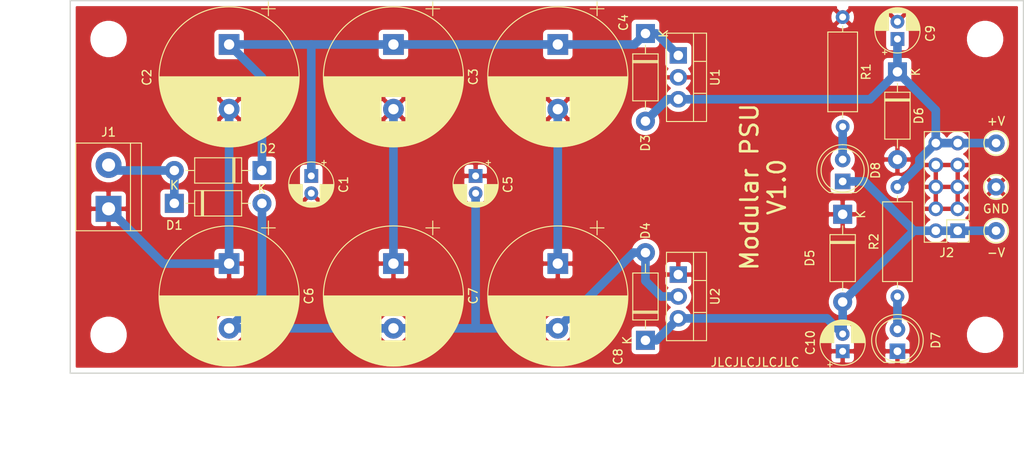
<source format=kicad_pcb>
(kicad_pcb (version 20171130) (host pcbnew "(5.1.9)-1")
  (layers (0 F.Cu signal) (31 B.Cu signal) (34 B.Paste user) (35 F.Paste user) (36 B.SilkS user) (37 F.SilkS user) (38 B.Mask user) (39 F.Mask user) (44 Edge.Cuts user))
  (net 0 "")
  (net 1 GND)
  (net 2 "Net-(C1-Pad1)")
  (net 3 "Net-(C5-Pad2)")
  (net 4 "Net-(C9-Pad1)")
  (net 5 "Net-(C10-Pad2)")
  (net 6 "Net-(D1-Pad1)")
  (net 7 "Net-(D7-Pad2)")
  (net 8 "Net-(D8-Pad2)")
  (module MountingHole:MountingHole_3.2mm_M3 (layer F.Cu) (at 55.245 89.535 270)
    (fp_text reference 3 hide)
    (fp_text value MountingHole_3.2mm_M3 hide)
    (pad 1 np_thru_hole circle (at 0 0 270) (size 3.2 3.2) (drill 3.2) (layers *.Cu *.Mask))
  )
  (module MountingHole:MountingHole_3.2mm_M3 (layer F.Cu) (at 156.845 55.245 90)
    (fp_text reference 2 hide)
    (fp_text value MountingHole_3.2mm_M3 hide)
    (pad 1 np_thru_hole circle (at 0 0 90) (size 3.2 3.2) (drill 3.2) (layers *.Cu *.Mask))
  )
  (module MountingHole:MountingHole_3.2mm_M3 (layer F.Cu) (at 55.245 55.245 270)
    (fp_text reference 4 hide)
    (fp_text value MountingHole_3.2mm_M3 hide)
    (pad 1 np_thru_hole circle (at 0 0 270) (size 3.2 3.2) (drill 3.2) (layers *.Cu *.Mask))
  )
  (module MountingHole:MountingHole_3.2mm_M3 (layer F.Cu) (at 156.845 89.535 90)
    (fp_text reference 1 hide)
    (fp_text value MountingHole_3.2mm_M3 hide)
    (pad 1 np_thru_hole circle (at 0 0 90) (size 3.2 3.2) (drill 3.2) (layers *.Cu *.Mask))
  )
  (module Capacitor_THT:CP_Radial_D5.0mm_P2.00mm (layer F.Cu) (at 78.74 71.12 270)
    (fp_text reference C1 (at 1 -3.75 90) (layer F.SilkS))
    (fp_text value 1µF)
    (pad 2 thru_hole circle (at 2 0 270) (size 1.6 1.6) (drill 0.8) (layers *.Cu *.Mask) (net 1 GND))
    (pad 1 thru_hole rect (at 0 0 270) (size 1.6 1.6) (drill 0.8) (layers *.Cu *.Mask) (net 2 "Net-(C1-Pad1)"))
  )
  (module Capacitor_THT:CP_Radial_D16.0mm_P7.50mm (layer F.Cu) (at 69.215 55.88 270)
    (fp_text reference C2 (at 3.81 9.525 90) (layer F.SilkS))
    (fp_text value 4700µF)
    (pad 2 thru_hole circle (at 7.5 0 270) (size 2.4 2.4) (drill 1.2) (layers *.Cu *.Mask) (net 1 GND))
    (pad 1 thru_hole rect (at 0 0 270) (size 2.4 2.4) (drill 1.2) (layers *.Cu *.Mask) (net 2 "Net-(C1-Pad1)"))
  )
  (module Capacitor_THT:CP_Radial_D16.0mm_P7.50mm (layer F.Cu) (at 88.265 55.88 270)
    (fp_text reference C3 (at 3.75 -9.25 90) (layer F.SilkS))
    (fp_text value 4700µF)
    (pad 2 thru_hole circle (at 7.5 0 270) (size 2.4 2.4) (drill 1.2) (layers *.Cu *.Mask) (net 1 GND))
    (pad 1 thru_hole rect (at 0 0 270) (size 2.4 2.4) (drill 1.2) (layers *.Cu *.Mask) (net 2 "Net-(C1-Pad1)"))
  )
  (module Capacitor_THT:CP_Radial_D16.0mm_P7.50mm (layer F.Cu) (at 107.315 55.88 270)
    (fp_text reference C4 (at -2.54 -7.62 90) (layer F.SilkS))
    (fp_text value 4700µF)
    (pad 1 thru_hole rect (at 0 0 270) (size 2.4 2.4) (drill 1.2) (layers *.Cu *.Mask) (net 2 "Net-(C1-Pad1)"))
    (pad 2 thru_hole circle (at 7.5 0 270) (size 2.4 2.4) (drill 1.2) (layers *.Cu *.Mask) (net 1 GND))
  )
  (module Capacitor_THT:CP_Radial_D5.0mm_P2.00mm (layer F.Cu) (at 97.79 71.12 270)
    (fp_text reference C5 (at 1 -3.75 90) (layer F.SilkS))
    (fp_text value 1µF)
    (pad 1 thru_hole rect (at 0 0 270) (size 1.6 1.6) (drill 0.8) (layers *.Cu *.Mask) (net 1 GND))
    (pad 2 thru_hole circle (at 2 0 270) (size 1.6 1.6) (drill 0.8) (layers *.Cu *.Mask) (net 3 "Net-(C5-Pad2)"))
  )
  (module Capacitor_THT:CP_Radial_D16.0mm_P7.50mm (layer F.Cu) (at 69.215 81.28 270)
    (fp_text reference C6 (at 3.75 -9.25 90) (layer F.SilkS))
    (fp_text value 4700µF)
    (pad 1 thru_hole rect (at 0 0 270) (size 2.4 2.4) (drill 1.2) (layers *.Cu *.Mask) (net 1 GND))
    (pad 2 thru_hole circle (at 7.5 0 270) (size 2.4 2.4) (drill 1.2) (layers *.Cu *.Mask) (net 3 "Net-(C5-Pad2)"))
  )
  (module Capacitor_THT:CP_Radial_D16.0mm_P7.50mm (layer F.Cu) (at 88.265 81.28 270)
    (fp_text reference C7 (at 3.75 -9.25 90) (layer F.SilkS))
    (fp_text value 4700µF)
    (pad 1 thru_hole rect (at 0 0 270) (size 2.4 2.4) (drill 1.2) (layers *.Cu *.Mask) (net 1 GND))
    (pad 2 thru_hole circle (at 7.5 0 270) (size 2.4 2.4) (drill 1.2) (layers *.Cu *.Mask) (net 3 "Net-(C5-Pad2)"))
  )
  (module Capacitor_THT:CP_Radial_D16.0mm_P7.50mm (layer F.Cu) (at 107.315 81.28 270)
    (fp_text reference C8 (at 10.795 -6.985 90) (layer F.SilkS))
    (fp_text value 4700µF)
    (pad 2 thru_hole circle (at 7.5 0 270) (size 2.4 2.4) (drill 1.2) (layers *.Cu *.Mask) (net 3 "Net-(C5-Pad2)"))
    (pad 1 thru_hole rect (at 0 0 270) (size 2.4 2.4) (drill 1.2) (layers *.Cu *.Mask) (net 1 GND))
  )
  (module Capacitor_THT:CP_Radial_D5.0mm_P2.00mm (layer F.Cu) (at 146.685 55.245 90)
    (fp_text reference C9 (at 0.635 3.81 90) (layer F.SilkS))
    (fp_text value 100µF)
    (pad 2 thru_hole circle (at 2 0 90) (size 1.6 1.6) (drill 0.8) (layers *.Cu *.Mask) (net 1 GND))
    (pad 1 thru_hole rect (at 0 0 90) (size 1.6 1.6) (drill 0.8) (layers *.Cu *.Mask) (net 4 "Net-(C9-Pad1)"))
  )
  (module Capacitor_THT:CP_Radial_D5.0mm_P2.00mm (layer F.Cu) (at 140.335 91.44 90)
    (fp_text reference C10 (at 1 -3.75 90) (layer F.SilkS))
    (fp_text value 100µF)
    (pad 1 thru_hole rect (at 0 0 90) (size 1.6 1.6) (drill 0.8) (layers *.Cu *.Mask) (net 1 GND))
    (pad 2 thru_hole circle (at 2 0 90) (size 1.6 1.6) (drill 0.8) (layers *.Cu *.Mask) (net 5 "Net-(C10-Pad2)"))
  )
  (module LED_THT:LED_D5.0mm_Clear (layer F.Cu) (at 146.685 91.44 90)
    (fp_text reference D7 (at 1.27 4.445 90) (layer F.SilkS))
    (fp_text value LED)
    (pad 2 thru_hole circle (at 2.54 0 90) (size 1.8 1.8) (drill 0.9) (layers *.Cu *.Mask) (net 7 "Net-(D7-Pad2)"))
    (pad 1 thru_hole rect (at 0 0 90) (size 1.8 1.8) (drill 0.9) (layers *.Cu *.Mask) (net 1 GND))
  )
  (module LED_THT:LED_D5.0mm_Clear (layer F.Cu) (at 140.335 71.755 90)
    (fp_text reference D8 (at 1.27 3.81 90) (layer F.SilkS))
    (fp_text value LED)
    (pad 1 thru_hole rect (at 0 0 90) (size 1.8 1.8) (drill 0.9) (layers *.Cu *.Mask) (net 5 "Net-(C10-Pad2)"))
    (pad 2 thru_hole circle (at 2.54 0 90) (size 1.8 1.8) (drill 0.9) (layers *.Cu *.Mask) (net 8 "Net-(D8-Pad2)"))
  )
  (module TerminalBlock:TerminalBlock_bornier-2_P5.08mm (layer F.Cu) (at 55.245 74.93 90)
    (fp_text reference J1 (at 8.89 0 180) (layer F.SilkS))
    (fp_text value Power_Input)
    (pad 1 thru_hole rect (at 0 0 90) (size 3 3) (drill 1.52) (layers *.Cu *.Mask) (net 1 GND))
    (pad 2 thru_hole circle (at 5.08 0 90) (size 3 3) (drill 1.52) (layers *.Cu *.Mask) (net 6 "Net-(D1-Pad1)"))
  )
  (module Connector_PinHeader_2.54mm:PinHeader_2x05_P2.54mm_Vertical (layer F.Cu) (at 153.67 77.47 180)
    (fp_text reference J2 (at 1.27 -2.54) (layer F.SilkS))
    (fp_text value "Power connector")
    (pad 1 thru_hole rect (at 0 0 180) (size 1.7 1.7) (drill 1) (layers *.Cu *.Mask) (net 5 "Net-(C10-Pad2)"))
    (pad 2 thru_hole oval (at 2.54 0 180) (size 1.7 1.7) (drill 1) (layers *.Cu *.Mask) (net 5 "Net-(C10-Pad2)"))
    (pad 3 thru_hole oval (at 0 2.54 180) (size 1.7 1.7) (drill 1) (layers *.Cu *.Mask) (net 1 GND))
    (pad 4 thru_hole oval (at 2.54 2.54 180) (size 1.7 1.7) (drill 1) (layers *.Cu *.Mask) (net 1 GND))
    (pad 5 thru_hole oval (at 0 5.08 180) (size 1.7 1.7) (drill 1) (layers *.Cu *.Mask) (net 1 GND))
    (pad 6 thru_hole oval (at 2.54 5.08 180) (size 1.7 1.7) (drill 1) (layers *.Cu *.Mask) (net 1 GND))
    (pad 7 thru_hole oval (at 0 7.62 180) (size 1.7 1.7) (drill 1) (layers *.Cu *.Mask) (net 1 GND))
    (pad 8 thru_hole oval (at 2.54 7.62 180) (size 1.7 1.7) (drill 1) (layers *.Cu *.Mask) (net 1 GND))
    (pad 9 thru_hole oval (at 0 10.16 180) (size 1.7 1.7) (drill 1) (layers *.Cu *.Mask) (net 4 "Net-(C9-Pad1)"))
    (pad 10 thru_hole oval (at 2.54 10.16 180) (size 1.7 1.7) (drill 1) (layers *.Cu *.Mask) (net 4 "Net-(C9-Pad1)"))
  )
  (module Package_TO_SOT_THT:TO-220-3_Vertical (layer F.Cu) (at 121.285 57.15 270)
    (fp_text reference U1 (at 2.54 -4.27 90) (layer F.SilkS))
    (fp_text value L7812)
    (pad 3 thru_hole oval (at 5.08 0 270) (size 1.905 2) (drill 1.1) (layers *.Cu *.Mask) (net 4 "Net-(C9-Pad1)"))
    (pad 2 thru_hole oval (at 2.54 0 270) (size 1.905 2) (drill 1.1) (layers *.Cu *.Mask) (net 1 GND))
    (pad 1 thru_hole rect (at 0 0 270) (size 1.905 2) (drill 1.1) (layers *.Cu *.Mask) (net 2 "Net-(C1-Pad1)"))
  )
  (module Package_TO_SOT_THT:TO-220-3_Vertical (layer F.Cu) (at 121.285 82.55 270)
    (fp_text reference U2 (at 2.54 -4.27 90) (layer F.SilkS))
    (fp_text value L7912)
    (pad 1 thru_hole rect (at 0 0 270) (size 1.905 2) (drill 1.1) (layers *.Cu *.Mask) (net 1 GND))
    (pad 2 thru_hole oval (at 2.54 0 270) (size 1.905 2) (drill 1.1) (layers *.Cu *.Mask) (net 3 "Net-(C5-Pad2)"))
    (pad 3 thru_hole oval (at 5.08 0 270) (size 1.905 2) (drill 1.1) (layers *.Cu *.Mask) (net 5 "Net-(C10-Pad2)"))
  )
  (module Resistor_THT:R_Axial_DIN0309_L9.0mm_D3.2mm_P12.70mm_Horizontal (layer F.Cu) (at 140.335 52.705 270)
    (fp_text reference R1 (at 6.35 -2.72 90) (layer F.SilkS))
    (fp_text value 2.2k)
    (pad 2 thru_hole oval (at 12.7 0 270) (size 1.6 1.6) (drill 0.8) (layers *.Cu *.Mask) (net 8 "Net-(D8-Pad2)"))
    (pad 1 thru_hole circle (at 0 0 270) (size 1.6 1.6) (drill 0.8) (layers *.Cu *.Mask) (net 1 GND))
  )
  (module Resistor_THT:R_Axial_DIN0309_L9.0mm_D3.2mm_P12.70mm_Horizontal (layer F.Cu) (at 146.685 85.09 90)
    (fp_text reference R2 (at 6.35 -2.72 90) (layer F.SilkS))
    (fp_text value 2.2k)
    (pad 1 thru_hole circle (at 0 0 90) (size 1.6 1.6) (drill 0.8) (layers *.Cu *.Mask) (net 7 "Net-(D7-Pad2)"))
    (pad 2 thru_hole oval (at 12.7 0 90) (size 1.6 1.6) (drill 0.8) (layers *.Cu *.Mask) (net 4 "Net-(C9-Pad1)"))
  )
  (module Diode_THT:D_DO-41_SOD81_P10.16mm_Horizontal (layer F.Cu) (at 62.865 74.295)
    (fp_text reference D1 (at 0 2.54) (layer F.SilkS))
    (fp_text value 1N4004)
    (fp_text user K (at 0 -2.1) (layer F.SilkS))
    (pad 2 thru_hole oval (at 10.16 0) (size 2.2 2.2) (drill 1.1) (layers *.Cu *.Mask) (net 3 "Net-(C5-Pad2)"))
    (pad 1 thru_hole rect (at 0 0) (size 2.2 2.2) (drill 1.1) (layers *.Cu *.Mask) (net 6 "Net-(D1-Pad1)"))
  )
  (module Diode_THT:D_DO-41_SOD81_P10.16mm_Horizontal (layer F.Cu) (at 73.025 70.485 180)
    (fp_text reference D2 (at -0.635 2.54) (layer F.SilkS))
    (fp_text value 1N4004)
    (fp_text user K (at 0 -2.1) (layer F.SilkS))
    (pad 1 thru_hole rect (at 0 0 180) (size 2.2 2.2) (drill 1.1) (layers *.Cu *.Mask) (net 2 "Net-(C1-Pad1)"))
    (pad 2 thru_hole oval (at 10.16 0 180) (size 2.2 2.2) (drill 1.1) (layers *.Cu *.Mask) (net 6 "Net-(D1-Pad1)"))
  )
  (module Diode_THT:D_DO-41_SOD81_P10.16mm_Horizontal (layer F.Cu) (at 117.475 54.61 270)
    (fp_text reference D3 (at 12.7 0 90) (layer F.SilkS))
    (fp_text value 1N4004)
    (fp_text user K (at 0 -2.1 90) (layer F.SilkS))
    (pad 1 thru_hole rect (at 0 0 270) (size 2.2 2.2) (drill 1.1) (layers *.Cu *.Mask) (net 2 "Net-(C1-Pad1)"))
    (pad 2 thru_hole oval (at 10.16 0 270) (size 2.2 2.2) (drill 1.1) (layers *.Cu *.Mask) (net 4 "Net-(C9-Pad1)"))
  )
  (module Diode_THT:D_DO-41_SOD81_P10.16mm_Horizontal (layer F.Cu) (at 117.475 90.17 90)
    (fp_text reference D4 (at 12.7 0 90) (layer F.SilkS))
    (fp_text value 1N4004)
    (fp_text user K (at 0 -2.1 90) (layer F.SilkS))
    (pad 2 thru_hole oval (at 10.16 0 90) (size 2.2 2.2) (drill 1.1) (layers *.Cu *.Mask) (net 3 "Net-(C5-Pad2)"))
    (pad 1 thru_hole rect (at 0 0 90) (size 2.2 2.2) (drill 1.1) (layers *.Cu *.Mask) (net 5 "Net-(C10-Pad2)"))
  )
  (module Diode_THT:D_DO-41_SOD81_P10.16mm_Horizontal (layer F.Cu) (at 140.335 75.565 270)
    (fp_text reference D5 (at 5.08 3.81 90) (layer F.SilkS))
    (fp_text value 1N4004)
    (fp_text user K (at 0 -2.1 90) (layer F.SilkS))
    (pad 2 thru_hole oval (at 10.16 0 270) (size 2.2 2.2) (drill 1.1) (layers *.Cu *.Mask) (net 5 "Net-(C10-Pad2)"))
    (pad 1 thru_hole rect (at 0 0 270) (size 2.2 2.2) (drill 1.1) (layers *.Cu *.Mask) (net 1 GND))
  )
  (module Diode_THT:D_DO-41_SOD81_P10.16mm_Horizontal (layer F.Cu) (at 146.685 59.055 270)
    (fp_text reference D6 (at 5.08 -2.47 90) (layer F.SilkS))
    (fp_text value 1N4004)
    (fp_text user K (at 0 -2.1 90) (layer F.SilkS))
    (pad 1 thru_hole rect (at 0 0 270) (size 2.2 2.2) (drill 1.1) (layers *.Cu *.Mask) (net 4 "Net-(C9-Pad1)"))
    (pad 2 thru_hole oval (at 10.16 0 270) (size 2.2 2.2) (drill 1.1) (layers *.Cu *.Mask) (net 1 GND))
  )
  (module TestPoint:TestPoint_Keystone_5000-5004_Miniature (layer F.Cu) (at 158.115 67.31)
    (fp_text reference TP1 hide)
    (fp_text value +V hide)
    (fp_text user +V (at 0 -2.54) (layer F.SilkS))
    (pad 1 thru_hole circle (at 0 0) (size 2 2) (drill 1) (layers *.Cu *.Mask) (net 4 "Net-(C9-Pad1)"))
  )
  (module TestPoint:TestPoint_Keystone_5000-5004_Miniature (layer F.Cu) (at 158.115 72.39)
    (fp_text reference TP2 hide)
    (fp_text value GND hide)
    (fp_text user GND (at 0 2.54) (layer F.SilkS))
    (pad 1 thru_hole circle (at 0 0) (size 2 2) (drill 1) (layers *.Cu *.Mask) (net 1 GND))
  )
  (module TestPoint:TestPoint_Keystone_5000-5004_Miniature (layer F.Cu) (at 158.115 77.47 180)
    (fp_text reference TP3 hide)
    (fp_text value -V hide)
    (fp_text user -V (at 0 -2.54 180) (layer F.SilkS))
    (pad 1 thru_hole circle (at 0 0 180) (size 2 2) (drill 1) (layers *.Cu *.Mask) (net 5 "Net-(C10-Pad2)"))
  )
  (gr_text V1.0 (at 132.715 72.39 90) (layer F.SilkS) (effects (font (size 2 2) (thickness 0.3))))
  (gr_text JLCJLCJLCJLC (at 130.175 92.71) (layer F.SilkS) (effects (font (size 1 1))))
  (gr_text "Modular PSU" (at 129.54 72.39 90) (layer F.SilkS) (effects (font (size 2 2) (thickness 0.3))))
  (gr_line (start 161.29 93.98) (end 50.8 93.98) (layer Edge.Cuts) (width 0.15))
  (gr_line (start 161.29 50.8) (end 161.29 93.98) (layer Edge.Cuts) (width 0.15))
  (gr_line (start 50.8 50.8) (end 161.29 50.8) (layer Edge.Cuts) (width 0.15))
  (gr_line (start 50.8 93.98) (end 50.8 50.8) (layer Edge.Cuts) (width 0.15))
  (segment (start 69.215 63.38) (end 69.215 81.28) (width 1) (layer B.Cu) (net 1))
  (segment (start 88.265 81.28) (end 88.265 63.38) (width 1) (layer B.Cu) (net 1))
  (segment (start 107.315 63.38) (end 107.315 81.28) (width 1) (layer B.Cu) (net 1))
  (segment (start 55.88 74.295) (end 55.245 74.93) (width 1) (layer B.Cu) (net 1))
  (segment (start 61.595 81.28) (end 69.215 81.28) (width 1) (layer B.Cu) (net 1))
  (segment (start 55.245 74.93) (end 61.595 81.28) (width 1) (layer B.Cu) (net 1))
  (segment (start 73.025 59.69) (end 69.215 55.88) (width 1) (layer B.Cu) (net 2))
  (segment (start 73.025 70.485) (end 73.025 59.69) (width 1) (layer B.Cu) (net 2))
  (segment (start 88.265 55.88) (end 107.315 55.88) (width 1) (layer B.Cu) (net 2))
  (segment (start 78.74 71.12) (end 78.74 55.88) (width 1) (layer B.Cu) (net 2))
  (segment (start 78.74 55.88) (end 88.265 55.88) (width 1) (layer B.Cu) (net 2))
  (segment (start 69.215 55.88) (end 78.74 55.88) (width 1) (layer B.Cu) (net 2))
  (segment (start 116.205 55.88) (end 117.475 54.61) (width 1) (layer B.Cu) (net 2))
  (segment (start 107.315 55.88) (end 116.205 55.88) (width 1) (layer B.Cu) (net 2))
  (segment (start 118.745 54.61) (end 121.285 57.15) (width 1) (layer B.Cu) (net 2))
  (segment (start 117.475 54.61) (end 118.745 54.61) (width 1) (layer B.Cu) (net 2))
  (segment (start 73.025 84.97) (end 69.215 88.78) (width 1) (layer B.Cu) (net 3))
  (segment (start 73.025 74.295) (end 73.025 84.97) (width 1) (layer B.Cu) (net 3))
  (segment (start 69.215 88.78) (end 88.265 88.78) (width 1) (layer B.Cu) (net 3))
  (segment (start 97.79 88.66) (end 97.67 88.78) (width 1) (layer B.Cu) (net 3))
  (segment (start 97.79 73.12) (end 97.79 88.66) (width 1) (layer B.Cu) (net 3))
  (segment (start 97.67 88.78) (end 107.315 88.78) (width 1) (layer B.Cu) (net 3))
  (segment (start 88.265 88.78) (end 97.67 88.78) (width 1) (layer B.Cu) (net 3))
  (segment (start 117.475 83.28) (end 117.475 80.01) (width 1) (layer B.Cu) (net 3))
  (segment (start 119.285 85.09) (end 117.475 83.28) (width 1) (layer B.Cu) (net 3))
  (segment (start 121.285 85.09) (end 119.285 85.09) (width 1) (layer B.Cu) (net 3))
  (segment (start 116.085 80.01) (end 117.475 80.01) (width 1) (layer B.Cu) (net 3))
  (segment (start 107.315 88.78) (end 116.085 80.01) (width 1) (layer B.Cu) (net 3))
  (segment (start 120.015 62.23) (end 117.475 64.77) (width 1) (layer B.Cu) (net 4))
  (segment (start 121.285 62.23) (end 120.015 62.23) (width 1) (layer B.Cu) (net 4))
  (segment (start 143.51 62.23) (end 146.685 59.055) (width 1) (layer B.Cu) (net 4))
  (segment (start 121.285 62.23) (end 143.51 62.23) (width 1) (layer B.Cu) (net 4))
  (segment (start 146.685 55.245) (end 146.685 59.055) (width 1) (layer B.Cu) (net 4))
  (segment (start 151.13 67.31) (end 153.67 67.31) (width 1) (layer B.Cu) (net 4))
  (segment (start 153.67 67.31) (end 158.115 67.31) (width 1) (layer B.Cu) (net 4))
  (segment (start 146.685 72.39) (end 149.225 69.85) (width 1) (layer B.Cu) (net 4))
  (segment (start 149.225 69.215) (end 151.13 67.31) (width 1) (layer B.Cu) (net 4))
  (segment (start 149.225 69.85) (end 149.225 69.215) (width 1) (layer B.Cu) (net 4))
  (segment (start 151.13 63.5) (end 146.685 59.055) (width 1) (layer B.Cu) (net 4))
  (segment (start 151.13 67.31) (end 151.13 63.5) (width 1) (layer B.Cu) (net 4))
  (segment (start 118.745 90.17) (end 121.285 87.63) (width 1) (layer B.Cu) (net 5))
  (segment (start 117.475 90.17) (end 118.745 90.17) (width 1) (layer B.Cu) (net 5))
  (segment (start 138.525 87.63) (end 140.335 89.44) (width 1) (layer B.Cu) (net 5))
  (segment (start 121.285 87.63) (end 138.525 87.63) (width 1) (layer B.Cu) (net 5))
  (segment (start 140.335 89.44) (end 140.335 85.725) (width 1) (layer B.Cu) (net 5))
  (segment (start 158.115 77.47) (end 153.67 77.47) (width 1) (layer B.Cu) (net 5))
  (segment (start 153.67 77.47) (end 151.13 77.47) (width 1) (layer B.Cu) (net 5))
  (segment (start 140.335 85.725) (end 148.59 77.47) (width 1) (layer B.Cu) (net 5))
  (segment (start 148.59 77.47) (end 151.13 77.47) (width 1) (layer B.Cu) (net 5))
  (segment (start 142.875 71.755) (end 148.59 77.47) (width 1) (layer B.Cu) (net 5))
  (segment (start 140.335 71.755) (end 142.875 71.755) (width 1) (layer B.Cu) (net 5))
  (segment (start 55.88 70.485) (end 55.245 69.85) (width 1) (layer B.Cu) (net 6))
  (segment (start 62.865 70.485) (end 55.88 70.485) (width 1) (layer B.Cu) (net 6))
  (segment (start 62.865 70.485) (end 62.865 74.295) (width 1) (layer B.Cu) (net 6))
  (segment (start 146.685 88.9) (end 146.685 85.09) (width 1) (layer B.Cu) (net 7))
  (segment (start 140.335 69.215) (end 140.335 65.405) (width 1) (layer B.Cu) (net 8))
  (zone (net 1) (net_name GND) (layer F.Cu) (connect_pads (clearance 0.508)) (min_thickness 0.254) (fill yes (arc_segments 32) (thermal_gap 0.508) (thermal_bridge_width 0.508))
    (polygon (pts (xy 160.655 93.345) (xy 51.435 93.345) (xy 51.435 51.435) (xy 160.655 51.435)))
  )
)
</source>
